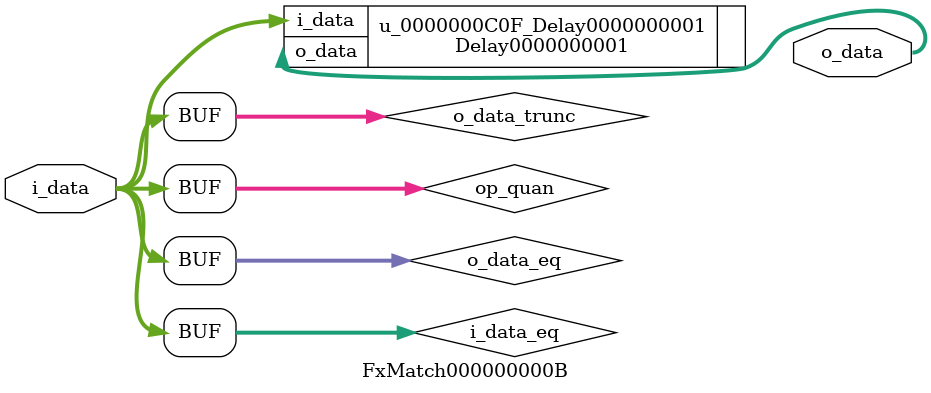
<source format=v>
 module FxMatch000000000B (
     i_data, o_data
 );
 input wire [13-1:0] i_data;     // Input data
 output wire [13-1:0] o_data;   // Output data
 //
 wire [13-1:0] i_data_eq;
 assign i_data_eq = i_data;
 wire [13-1:0] o_data_eq;
 // Quantization Stage
 // Perfect LSB match
 wire [13-1:0] op_quan; // Quantization output
 assign op_quan = i_data_eq;
 // Overflow Stage
 // Perfect MSB match
 assign o_data_eq = op_quan;
 wire [13-1:0] o_data_trunc;
 assign o_data_trunc = o_data_eq;
Delay0000000001  u_0000000C0F_Delay0000000001(.i_data(o_data_trunc), .o_data(o_data));
 endmodule

</source>
